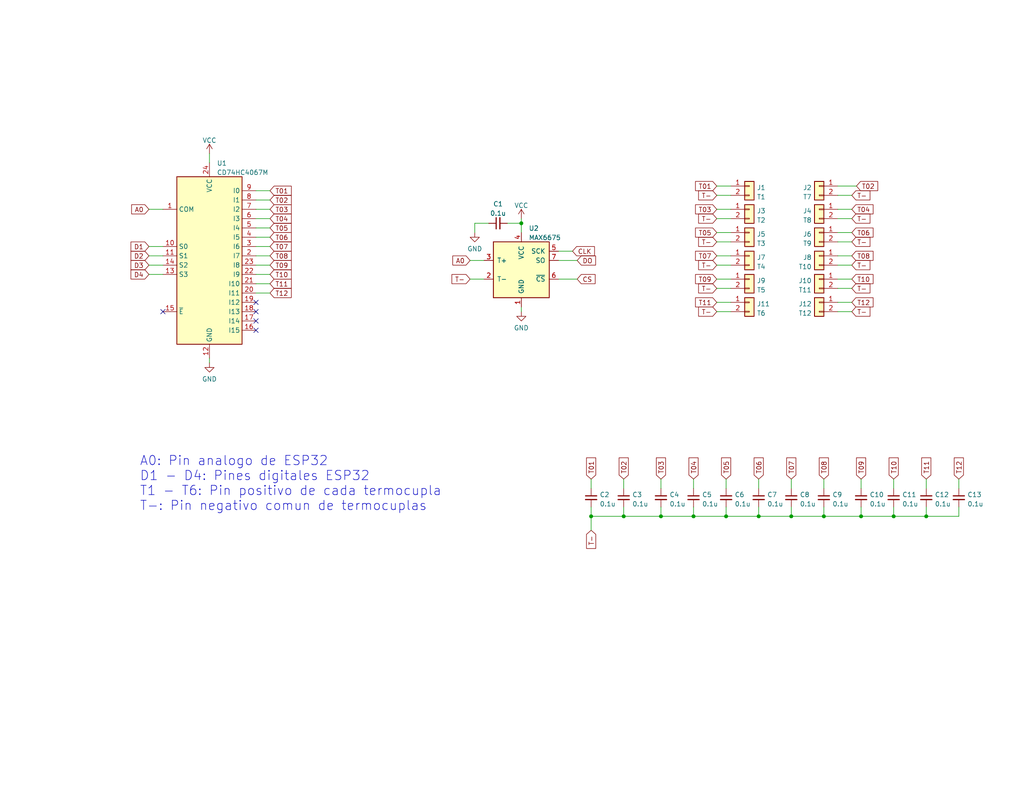
<source format=kicad_sch>
(kicad_sch (version 20211123) (generator eeschema)
  (paper "USLetter")
  (title_block (rev "V1") (comment 1 "Cristóbal Cuevas Lagos"))
  (lib_symbols
    (symbol "74xx:CD74HC4067M"
      (property "Reference" "U" (at -8.89 22.86 0))
      (property "Value" "CD74HC4067M" (at 1.27 22.86 0))
      (symbol "CD74HC4067M_0_1"
        (rectangle (start -8.89 21.59) (end 8.89 -24.13) (stroke (width 0.254)) (fill (type background)))
      )
      (symbol "CD74HC4067M_1_1"
        (pin passive line (at -12.7 12.7 0) (length 3.81) (name "COM") (number "1"))
        (pin input line (at -12.7 2.54 0) (length 3.81) (name "S0") (number "10"))
        (pin input line (at -12.7 0 0) (length 3.81) (name "S1") (number "11"))
        (pin power_in line (at 0 -27.94 90) (length 3.81) (name "GND") (number "12"))
        (pin input line (at -12.7 -5.08 0) (length 3.81) (name "S3") (number "13"))
        (pin input line (at -12.7 -2.54 0) (length 3.81) (name "S2") (number "14"))
        (pin input line (at -12.7 -15.24 0) (length 3.81) (name "~{E}") (number "15"))
        (pin passive line (at 12.7 -20.32 180) (length 3.81) (name "I15") (number "16"))
        (pin passive line (at 12.7 -17.78 180) (length 3.81) (name "I14") (number "17"))
        (pin passive line (at 12.7 -15.24 180) (length 3.81) (name "I13") (number "18"))
        (pin passive line (at 12.7 -12.7 180) (length 3.81) (name "I12") (number "19"))
        (pin passive line (at 12.7 0 180) (length 3.81) (name "I7") (number "2"))
        (pin passive line (at 12.7 -10.16 180) (length 3.81) (name "I11") (number "20"))
        (pin passive line (at 12.7 -7.62 180) (length 3.81) (name "I10") (number "21"))
        (pin passive line (at 12.7 -5.08 180) (length 3.81) (name "I9") (number "22"))
        (pin passive line (at 12.7 -2.54 180) (length 3.81) (name "I8") (number "23"))
        (pin power_in line (at 0 25.4 270) (length 3.81) (name "VCC") (number "24"))
        (pin passive line (at 12.7 2.54 180) (length 3.81) (name "I6") (number "3"))
        (pin passive line (at 12.7 5.08 180) (length 3.81) (name "I5") (number "4"))
        (pin passive line (at 12.7 7.62 180) (length 3.81) (name "I4") (number "5"))
        (pin passive line (at 12.7 10.16 180) (length 3.81) (name "I3") (number "6"))
        (pin passive line (at 12.7 12.7 180) (length 3.81) (name "I2") (number "7"))
        (pin passive line (at 12.7 15.24 180) (length 3.81) (name "I1") (number "8"))
        (pin passive line (at 12.7 17.78 180) (length 3.81) (name "I0") (number "9"))
      )
    )
    (symbol "Connector_Generic:Conn_01x02" (pin_names (offset 1.016) hide)
      (property "Reference" "J" (at 0 2.54 0))
      (property "Value" "Conn_01x02" (at 0 -5.08 0))
      (symbol "Conn_01x02_1_1"
        (rectangle (start -1.27 -2.413) (end 0 -2.667) (stroke (width 0.1524)))
        (rectangle (start -1.27 0.127) (end 0 -0.127) (stroke (width 0.1524)))
        (rectangle (start -1.27 1.27) (end 1.27 -3.81) (stroke (width 0.254)) (fill (type background)))
        (pin passive line (at -5.08 0 0) (length 3.81) (name "Pin_1") (number "1"))
        (pin passive line (at -5.08 -2.54 0) (length 3.81) (name "Pin_2") (number "2"))
      )
    )
    (symbol "Device:C_Small" (pin_numbers hide) (pin_names (offset 0.254) hide)
      (property "Reference" "C" (at 0.254 1.778 0))
      (property "Value" "C_Small" (at 0.254 -2.032 0))
      (symbol "C_Small_0_1"
        (polyline (pts (xy -1.524 -0.508) (xy 1.524 -0.508)) (stroke (width 0.3302)))
        (polyline (pts (xy -1.524 0.508) (xy 1.524 0.508)) (stroke (width 0.3048)))
      )
      (symbol "C_Small_1_1"
        (pin passive line (at 0 2.54 270) (length 2.032) (name "~") (number "1"))
        (pin passive line (at 0 -2.54 90) (length 2.032) (name "~") (number "2"))
      )
    )
    (symbol "Termocupla:MAX6675" (pin_names (offset 1.016))
      (property "Reference" "U" (at -7.62 8.89 0))
      (property "Value" "MAX6675" (at 1.27 8.89 0))
      (symbol "MAX6675_0_1"
        (rectangle (start -7.62 7.62) (end 7.62 -7.62) (stroke (width 0.254)) (fill (type background)))
      )
      (symbol "MAX6675_1_1"
        (pin power_in line (at 0 -10.16 90) (length 2.54) (name "GND") (number "1"))
        (pin passive line (at -10.16 -2.54 0) (length 2.54) (name "T-") (number "2"))
        (pin passive line (at -10.16 2.54 0) (length 2.54) (name "T+") (number "3"))
        (pin power_in line (at 0 10.16 270) (length 2.54) (name "VCC") (number "4"))
        (pin input line (at 10.16 5.08 180) (length 2.54) (name "SCK") (number "5"))
        (pin input line (at 10.16 -2.54 180) (length 2.54) (name "~{CS}") (number "6"))
        (pin tri_state line (at 10.16 2.54 180) (length 2.54) (name "SO") (number "7"))
      )
    )
    (symbol "power:GND" (power) (pin_names (offset 0))
      (property "Value" "GND" (at 0 -3.81 0))
      (symbol "GND_0_1"
        (polyline (pts (xy 0 0) (xy 0 -1.27) (xy 1.27 -1.27) (xy 0 -2.54) (xy -1.27 -1.27) (xy 0 -1.27)))
      )
      (symbol "GND_1_1"
        (pin power_in line (at 0 0 270) (length 0) hide (name "GND") (number "1"))
      )
    )
    (symbol "power:VCC" (power) (pin_names (offset 0))
      (property "Value" "VCC" (at 0 3.81 0))
      (symbol "VCC_0_1"
        (polyline (pts (xy -0.762 1.27) (xy 0 2.54)))
        (polyline (pts (xy 0 0) (xy 0 2.54)))
        (polyline (pts (xy 0 2.54) (xy 0.762 1.27)))
      )
      (symbol "VCC_1_1"
        (pin power_in line (at 0 0 90) (length 0) hide (name "VCC") (number "1"))
      )
    )
  )
  (junction (at 161.29 140.97))
  (junction (at 180.34 140.97))
  (junction (at 189.23 140.97))
  (junction (at 207.01 140.97))
  (junction (at 198.12 140.97))
  (junction (at 234.95 140.97))
  (junction (at 170.18 140.97))
  (junction (at 243.84 140.97))
  (junction (at 215.9 140.97))
  (junction (at 252.73 140.97))
  (junction (at 224.79 140.97))
  (junction (at 142.24 60.96))
  (no_connect (at 44.45 85.09))
  (no_connect (at 69.85 82.55))
  (no_connect (at 69.85 85.09))
  (no_connect (at 69.85 87.63))
  (no_connect (at 69.85 90.17))
  (wire (pts (xy 215.9 138.43) (xy 215.9 140.97)))
  (wire (pts (xy 142.24 59.69) (xy 142.24 60.96)))
  (wire (pts (xy 252.73 130.81) (xy 252.73 133.35)))
  (wire (pts (xy 69.85 59.69) (xy 73.66 59.69)))
  (wire (pts (xy 232.41 57.15) (xy 228.6 57.15)))
  (wire (pts (xy 243.84 138.43) (xy 243.84 140.97)))
  (wire (pts (xy 69.85 62.23) (xy 73.66 62.23)))
  (wire (pts (xy 215.9 140.97) (xy 224.79 140.97)))
  (wire (pts (xy 195.58 85.09) (xy 199.39 85.09)))
  (wire (pts (xy 138.43 60.96) (xy 142.24 60.96)))
  (wire (pts (xy 261.62 140.97) (xy 261.62 138.43)))
  (wire (pts (xy 195.58 82.55) (xy 199.39 82.55)))
  (wire (pts (xy 232.41 78.74) (xy 228.6 78.74)))
  (wire (pts (xy 180.34 138.43) (xy 180.34 140.97)))
  (wire (pts (xy 161.29 138.43) (xy 161.29 140.97)))
  (wire (pts (xy 69.85 67.31) (xy 73.66 67.31)))
  (wire (pts (xy 40.64 67.31) (xy 44.45 67.31)))
  (wire (pts (xy 69.85 54.61) (xy 73.66 54.61)))
  (wire (pts (xy 57.15 97.79) (xy 57.15 99.06)))
  (wire (pts (xy 40.64 69.85) (xy 44.45 69.85)))
  (wire (pts (xy 133.35 60.96) (xy 129.54 60.96)))
  (wire (pts (xy 195.58 72.39) (xy 199.39 72.39)))
  (wire (pts (xy 170.18 130.81) (xy 170.18 133.35)))
  (wire (pts (xy 195.58 66.04) (xy 199.39 66.04)))
  (wire (pts (xy 142.24 83.82) (xy 142.24 85.09)))
  (wire (pts (xy 69.85 52.07) (xy 73.66 52.07)))
  (wire (pts (xy 161.29 140.97) (xy 170.18 140.97)))
  (wire (pts (xy 189.23 140.97) (xy 198.12 140.97)))
  (wire (pts (xy 152.4 68.58) (xy 156.21 68.58)))
  (wire (pts (xy 161.29 140.97) (xy 161.29 144.78)))
  (wire (pts (xy 232.41 66.04) (xy 228.6 66.04)))
  (wire (pts (xy 234.95 140.97) (xy 243.84 140.97)))
  (wire (pts (xy 195.58 57.15) (xy 199.39 57.15)))
  (wire (pts (xy 207.01 130.81) (xy 207.01 133.35)))
  (wire (pts (xy 243.84 140.97) (xy 252.73 140.97)))
  (wire (pts (xy 69.85 72.39) (xy 73.66 72.39)))
  (wire (pts (xy 69.85 57.15) (xy 73.66 57.15)))
  (wire (pts (xy 232.41 72.39) (xy 228.6 72.39)))
  (wire (pts (xy 195.58 78.74) (xy 199.39 78.74)))
  (wire (pts (xy 261.62 130.81) (xy 261.62 133.35)))
  (wire (pts (xy 232.41 53.34) (xy 228.6 53.34)))
  (wire (pts (xy 234.95 130.81) (xy 234.95 133.35)))
  (wire (pts (xy 224.79 130.81) (xy 224.79 133.35)))
  (wire (pts (xy 207.01 140.97) (xy 207.01 138.43)))
  (wire (pts (xy 189.23 130.81) (xy 189.23 133.35)))
  (wire (pts (xy 129.54 60.96) (xy 129.54 63.5)))
  (wire (pts (xy 57.15 41.91) (xy 57.15 44.45)))
  (wire (pts (xy 152.4 76.2) (xy 157.48 76.2)))
  (wire (pts (xy 198.12 138.43) (xy 198.12 140.97)))
  (wire (pts (xy 152.4 71.12) (xy 157.48 71.12)))
  (wire (pts (xy 180.34 130.81) (xy 180.34 133.35)))
  (wire (pts (xy 69.85 77.47) (xy 73.66 77.47)))
  (wire (pts (xy 224.79 138.43) (xy 224.79 140.97)))
  (wire (pts (xy 40.64 72.39) (xy 44.45 72.39)))
  (wire (pts (xy 195.58 59.69) (xy 199.39 59.69)))
  (wire (pts (xy 128.27 76.2) (xy 132.08 76.2)))
  (wire (pts (xy 195.58 50.8) (xy 199.39 50.8)))
  (wire (pts (xy 232.41 69.85) (xy 228.6 69.85)))
  (wire (pts (xy 232.41 82.55) (xy 228.6 82.55)))
  (wire (pts (xy 170.18 138.43) (xy 170.18 140.97)))
  (wire (pts (xy 142.24 60.96) (xy 142.24 63.5)))
  (wire (pts (xy 232.41 76.2) (xy 228.6 76.2)))
  (wire (pts (xy 232.41 63.5) (xy 228.6 63.5)))
  (wire (pts (xy 195.58 63.5) (xy 199.39 63.5)))
  (wire (pts (xy 224.79 140.97) (xy 234.95 140.97)))
  (wire (pts (xy 198.12 140.97) (xy 207.01 140.97)))
  (wire (pts (xy 40.64 57.15) (xy 44.45 57.15)))
  (wire (pts (xy 195.58 76.2) (xy 199.39 76.2)))
  (wire (pts (xy 232.41 85.09) (xy 228.6 85.09)))
  (wire (pts (xy 69.85 64.77) (xy 73.66 64.77)))
  (wire (pts (xy 40.64 74.93) (xy 44.45 74.93)))
  (wire (pts (xy 215.9 130.81) (xy 215.9 133.35)))
  (wire (pts (xy 128.27 71.12) (xy 132.08 71.12)))
  (wire (pts (xy 69.85 80.01) (xy 73.66 80.01)))
  (wire (pts (xy 252.73 138.43) (xy 252.73 140.97)))
  (wire (pts (xy 180.34 140.97) (xy 189.23 140.97)))
  (wire (pts (xy 233.68 50.8) (xy 228.6 50.8)))
  (wire (pts (xy 69.85 74.93) (xy 73.66 74.93)))
  (wire (pts (xy 207.01 140.97) (xy 215.9 140.97)))
  (wire (pts (xy 170.18 140.97) (xy 180.34 140.97)))
  (wire (pts (xy 189.23 138.43) (xy 189.23 140.97)))
  (wire (pts (xy 195.58 53.34) (xy 199.39 53.34)))
  (wire (pts (xy 234.95 138.43) (xy 234.95 140.97)))
  (wire (pts (xy 232.41 59.69) (xy 228.6 59.69)))
  (wire (pts (xy 198.12 130.81) (xy 198.12 133.35)))
  (wire (pts (xy 243.84 130.81) (xy 243.84 133.35)))
  (wire (pts (xy 69.85 69.85) (xy 73.66 69.85)))
  (wire (pts (xy 161.29 130.81) (xy 161.29 133.35)))
  (wire (pts (xy 252.73 140.97) (xy 261.62 140.97)))
  (wire (pts (xy 195.58 69.85) (xy 199.39 69.85)))
  (text "A0: Pin analogo de ESP32\nD1 - D4: Pines digitales ESP32\nT1 - T6: Pin positivo de cada termocupla\nT-: Pin negativo comun de termocuplas" (at 38.1 139.7 0) (effects (font (size 2.54 2.54)) (justify left bottom)))
  (global_label "D3" (shape input) (at 40.64 72.39 180) (property "Intersheet References" "${INTERSHEET_REFS}" (effects hide)))
  (global_label "T-" (shape input) (at 232.41 59.69 0) (property "Intersheet References" "${INTERSHEET_REFS}" (effects hide)))
  (global_label "T06" (shape input) (at 73.66 64.77 0) (property "Intersheet References" "${INTERSHEET_REFS}" (effects hide)))
  (global_label "T-" (shape input) (at 195.58 85.09 180) (property "Intersheet References" "${INTERSHEET_REFS}" (effects hide)))
  (global_label "A0" (shape input) (at 40.64 57.15 180) (property "Intersheet References" "${INTERSHEET_REFS}" (effects hide)))
  (global_label "T05" (shape input) (at 198.12 130.81 90) (property "Intersheet References" "${INTERSHEET_REFS}" (effects hide)))
  (global_label "T01" (shape input) (at 161.29 130.81 90) (property "Intersheet References" "${INTERSHEET_REFS}" (effects hide)))
  (global_label "T08" (shape input) (at 73.66 69.85 0) (property "Intersheet References" "${INTERSHEET_REFS}" (effects hide)))
  (global_label "T08" (shape input) (at 224.79 130.81 90) (property "Intersheet References" "${INTERSHEET_REFS}" (effects hide)))
  (global_label "T04" (shape input) (at 73.66 59.69 0) (property "Intersheet References" "${INTERSHEET_REFS}" (effects hide)))
  (global_label "T-" (shape input) (at 195.58 72.39 180) (property "Intersheet References" "${INTERSHEET_REFS}" (effects hide)))
  (global_label "T04" (shape input) (at 232.41 57.15 0) (property "Intersheet References" "${INTERSHEET_REFS}" (effects hide)))
  (global_label "T-" (shape input) (at 232.41 85.09 0) (property "Intersheet References" "${INTERSHEET_REFS}" (effects hide)))
  (global_label "T-" (shape input) (at 232.41 53.34 0) (property "Intersheet References" "${INTERSHEET_REFS}" (effects hide)))
  (global_label "T11" (shape input) (at 73.66 77.47 0) (property "Intersheet References" "${INTERSHEET_REFS}" (effects hide)))
  (global_label "T05" (shape input) (at 73.66 62.23 0) (property "Intersheet References" "${INTERSHEET_REFS}" (effects hide)))
  (global_label "T-" (shape input) (at 195.58 66.04 180) (property "Intersheet References" "${INTERSHEET_REFS}" (effects hide)))
  (global_label "T-" (shape input) (at 232.41 72.39 0) (property "Intersheet References" "${INTERSHEET_REFS}" (effects hide)))
  (global_label "A0" (shape input) (at 128.27 71.12 180) (property "Intersheet References" "${INTERSHEET_REFS}" (effects hide)))
  (global_label "T08" (shape input) (at 232.41 69.85 0) (property "Intersheet References" "${INTERSHEET_REFS}" (effects hide)))
  (global_label "D2" (shape input) (at 40.64 69.85 180) (property "Intersheet References" "${INTERSHEET_REFS}" (effects hide)))
  (global_label "CS" (shape input) (at 157.48 76.2 0) (property "Intersheet References" "${INTERSHEET_REFS}" (effects hide)))
  (global_label "T-" (shape input) (at 232.41 66.04 0) (property "Intersheet References" "${INTERSHEET_REFS}" (effects hide)))
  (global_label "D1" (shape input) (at 40.64 67.31 180) (property "Intersheet References" "${INTERSHEET_REFS}" (effects hide)))
  (global_label "T10" (shape input) (at 243.84 130.81 90) (property "Intersheet References" "${INTERSHEET_REFS}" (effects hide)))
  (global_label "T01" (shape input) (at 195.58 50.8 180) (property "Intersheet References" "${INTERSHEET_REFS}" (effects hide)))
  (global_label "T02" (shape input) (at 73.66 54.61 0) (property "Intersheet References" "${INTERSHEET_REFS}" (effects hide)))
  (global_label "T02" (shape input) (at 170.18 130.81 90) (property "Intersheet References" "${INTERSHEET_REFS}" (effects hide)))
  (global_label "T03" (shape input) (at 180.34 130.81 90) (property "Intersheet References" "${INTERSHEET_REFS}" (effects hide)))
  (global_label "T03" (shape input) (at 195.58 57.15 180) (property "Intersheet References" "${INTERSHEET_REFS}" (effects hide)))
  (global_label "T11" (shape input) (at 252.73 130.81 90) (property "Intersheet References" "${INTERSHEET_REFS}" (effects hide)))
  (global_label "T-" (shape input) (at 195.58 78.74 180) (property "Intersheet References" "${INTERSHEET_REFS}" (effects hide)))
  (global_label "T11" (shape input) (at 195.58 82.55 180) (property "Intersheet References" "${INTERSHEET_REFS}" (effects hide)))
  (global_label "T07" (shape input) (at 195.58 69.85 180) (property "Intersheet References" "${INTERSHEET_REFS}" (effects hide)))
  (global_label "T-" (shape input) (at 195.58 59.69 180) (property "Intersheet References" "${INTERSHEET_REFS}" (effects hide)))
  (global_label "T-" (shape input) (at 232.41 78.74 0) (property "Intersheet References" "${INTERSHEET_REFS}" (effects hide)))
  (global_label "T10" (shape input) (at 73.66 74.93 0) (property "Intersheet References" "${INTERSHEET_REFS}" (effects hide)))
  (global_label "T05" (shape input) (at 195.58 63.5 180) (property "Intersheet References" "${INTERSHEET_REFS}" (effects hide)))
  (global_label "D4" (shape input) (at 40.64 74.93 180) (property "Intersheet References" "${INTERSHEET_REFS}" (effects hide)))
  (global_label "T-" (shape input) (at 128.27 76.2 180) (property "Intersheet References" "${INTERSHEET_REFS}" (effects hide)))
  (global_label "T04" (shape input) (at 189.23 130.81 90) (property "Intersheet References" "${INTERSHEET_REFS}" (effects hide)))
  (global_label "T07" (shape input) (at 215.9 130.81 90) (property "Intersheet References" "${INTERSHEET_REFS}" (effects hide)))
  (global_label "T12" (shape input) (at 73.66 80.01 0) (property "Intersheet References" "${INTERSHEET_REFS}" (effects hide)))
  (global_label "T07" (shape input) (at 73.66 67.31 0) (property "Intersheet References" "${INTERSHEET_REFS}" (effects hide)))
  (global_label "T09" (shape input) (at 73.66 72.39 0) (property "Intersheet References" "${INTERSHEET_REFS}" (effects hide)))
  (global_label "T01" (shape input) (at 73.66 52.07 0) (property "Intersheet References" "${INTERSHEET_REFS}" (effects hide)))
  (global_label "T06" (shape input) (at 207.01 130.81 90) (property "Intersheet References" "${INTERSHEET_REFS}" (effects hide)))
  (global_label "T-" (shape input) (at 195.58 53.34 180) (property "Intersheet References" "${INTERSHEET_REFS}" (effects hide)))
  (global_label "T09" (shape input) (at 234.95 130.81 90) (property "Intersheet References" "${INTERSHEET_REFS}" (effects hide)))
  (global_label "T-" (shape input) (at 161.29 144.78 270) (property "Intersheet References" "${INTERSHEET_REFS}" (effects hide)))
  (global_label "T03" (shape input) (at 73.66 57.15 0) (property "Intersheet References" "${INTERSHEET_REFS}" (effects hide)))
  (global_label "T06" (shape input) (at 232.41 63.5 0) (property "Intersheet References" "${INTERSHEET_REFS}" (effects hide)))
  (global_label "T02" (shape input) (at 233.68 50.8 0) (property "Intersheet References" "${INTERSHEET_REFS}" (effects hide)))
  (global_label "T12" (shape input) (at 261.62 130.81 90) (property "Intersheet References" "${INTERSHEET_REFS}" (effects hide)))
  (global_label "T10" (shape input) (at 232.41 76.2 0) (property "Intersheet References" "${INTERSHEET_REFS}" (effects hide)))
  (global_label "DO" (shape input) (at 157.48 71.12 0) (property "Intersheet References" "${INTERSHEET_REFS}" (effects hide)))
  (global_label "T09" (shape input) (at 195.58 76.2 180) (property "Intersheet References" "${INTERSHEET_REFS}" (effects hide)))
  (global_label "T12" (shape input) (at 232.41 82.55 0) (property "Intersheet References" "${INTERSHEET_REFS}" (effects hide)))
  (global_label "CLK" (shape input) (at 156.21 68.58 0) (property "Intersheet References" "${INTERSHEET_REFS}" (effects hide)))
  (symbol (lib_id "power:GND") (at 129.54 63.5 0) (unit 1)
    (property "Reference" "#PWR?" (effects hide))
    (property "Value" "GND" (at 129.54 67.9434 0))
  )
  (symbol (lib_id "Termocupla:MAX6675") (at 142.24 73.66 0) (unit 1)
    (property "Reference" "U2" (at 144.2594 62.3402 0) (effects (justify left)))
    (property "Value" "MAX6675" (at 144.2594 64.8771 0) (effects (justify left)))
    (property "Footprint" "Package_SO:SOIC-8_3.9x4.9mm_P1.27mm" (effects hide))
    (property "Datasheet" "https://datasheets.maximintegrated.com/en/ds/MAX6675.pdf" (effects hide))
  )
  (symbol (lib_id "Connector_Generic:Conn_01x02") (at 223.52 63.5 0) (mirror y) (unit 1)
    (property "Reference" "J6" (at 221.4881 63.9353 0) (effects (justify left)))
    (property "Value" "T9" (at 221.4881 66.4722 0) (effects (justify left)))
  )
  (symbol (lib_id "Connector_Generic:Conn_01x02") (at 204.47 63.5 0) (unit 1)
    (property "Reference" "J5" (at 206.502 63.9353 0) (effects (justify left)))
    (property "Value" "T3" (at 206.502 66.4722 0) (effects (justify left)))
  )
  (symbol (lib_id "power:GND") (at 57.15 99.06 0) (unit 1)
    (property "Reference" "#PWR?" (effects hide))
    (property "Value" "GND" (at 57.15 103.5034 0))
  )
  (symbol (lib_id "Connector_Generic:Conn_01x02") (at 204.47 76.2 0) (unit 1)
    (property "Reference" "J9" (at 206.502 76.6353 0) (effects (justify left)))
    (property "Value" "T5" (at 206.502 79.1722 0) (effects (justify left)))
  )
  (symbol (lib_id "Device:C_Small") (at 207.01 135.89 0) (unit 1)
    (property "Reference" "C7" (at 209.3341 135.0616 0) (effects (justify left)))
    (property "Value" "0.1u" (at 209.3341 137.5985 0) (effects (justify left)))
  )
  (symbol (lib_id "Device:C_Small") (at 261.62 135.89 0) (unit 1)
    (property "Reference" "C13" (at 263.9441 135.0616 0) (effects (justify left)))
    (property "Value" "0.1u" (at 263.9441 137.5985 0) (effects (justify left)))
  )
  (symbol (lib_id "Connector_Generic:Conn_01x02") (at 204.47 50.8 0) (unit 1)
    (property "Reference" "J1" (at 206.502 51.2353 0) (effects (justify left)))
    (property "Value" "T1" (at 206.502 53.7722 0) (effects (justify left)))
  )
  (symbol (lib_id "Device:C_Small") (at 161.29 135.89 0) (unit 1)
    (property "Reference" "C2" (at 163.6141 135.0616 0) (effects (justify left)))
    (property "Value" "0.1u" (at 163.6141 137.5985 0) (effects (justify left)))
  )
  (symbol (lib_id "Device:C_Small") (at 135.89 60.96 90) (unit 1)
    (property "Reference" "C1" (at 135.8963 55.6981 90))
    (property "Value" "0.1u" (at 135.8963 58.235 90))
  )
  (symbol (lib_id "Device:C_Small") (at 215.9 135.89 0) (unit 1)
    (property "Reference" "C8" (at 218.2241 135.0616 0) (effects (justify left)))
    (property "Value" "0.1u" (at 218.2241 137.5985 0) (effects (justify left)))
  )
  (symbol (lib_id "Connector_Generic:Conn_01x02") (at 223.52 69.85 0) (mirror y) (unit 1)
    (property "Reference" "J8" (at 221.4881 70.2853 0) (effects (justify left)))
    (property "Value" "T10" (at 221.4881 72.8222 0) (effects (justify left)))
  )
  (symbol (lib_id "Device:C_Small") (at 170.18 135.89 0) (unit 1)
    (property "Reference" "C3" (at 172.5041 135.0616 0) (effects (justify left)))
    (property "Value" "0.1u" (at 172.5041 137.5985 0) (effects (justify left)))
  )
  (symbol (lib_id "power:VCC") (at 57.15 41.91 0) (unit 1)
    (property "Reference" "#PWR?" (effects hide))
    (property "Value" "VCC" (at 57.15 38.3342 0))
  )
  (symbol (lib_id "Device:C_Small") (at 189.23 135.89 0) (unit 1)
    (property "Reference" "C5" (at 191.5541 135.0616 0) (effects (justify left)))
    (property "Value" "0.1u" (at 191.5541 137.5985 0) (effects (justify left)))
  )
  (symbol (lib_id "Connector_Generic:Conn_01x02") (at 223.52 76.2 0) (mirror y) (unit 1)
    (property "Reference" "J10" (at 221.4881 76.6353 0) (effects (justify left)))
    (property "Value" "T11" (at 221.4881 79.1722 0) (effects (justify left)))
  )
  (symbol (lib_id "Device:C_Small") (at 224.79 135.89 0) (unit 1)
    (property "Reference" "C9" (at 227.1141 135.0616 0) (effects (justify left)))
    (property "Value" "0.1u" (at 227.1141 137.5985 0) (effects (justify left)))
  )
  (symbol (lib_id "Device:C_Small") (at 198.12 135.89 0) (unit 1)
    (property "Reference" "C6" (at 200.4441 135.0616 0) (effects (justify left)))
    (property "Value" "0.1u" (at 200.4441 137.5985 0) (effects (justify left)))
  )
  (symbol (lib_id "Connector_Generic:Conn_01x02") (at 204.47 69.85 0) (unit 1)
    (property "Reference" "J7" (at 206.502 70.2853 0) (effects (justify left)))
    (property "Value" "T4" (at 206.502 72.8222 0) (effects (justify left)))
  )
  (symbol (lib_id "Connector_Generic:Conn_01x02") (at 223.52 57.15 0) (mirror y) (unit 1)
    (property "Reference" "J4" (at 221.4881 57.5853 0) (effects (justify left)))
    (property "Value" "T8" (at 221.4881 60.1222 0) (effects (justify left)))
  )
  (symbol (lib_id "Device:C_Small") (at 180.34 135.89 0) (unit 1)
    (property "Reference" "C4" (at 182.6641 135.0616 0) (effects (justify left)))
    (property "Value" "0.1u" (at 182.6641 137.5985 0) (effects (justify left)))
  )
  (symbol (lib_id "Connector_Generic:Conn_01x02") (at 204.47 57.15 0) (unit 1)
    (property "Reference" "J3" (at 206.502 57.5853 0) (effects (justify left)))
    (property "Value" "T2" (at 206.502 60.1222 0) (effects (justify left)))
  )
  (symbol (lib_id "power:GND") (at 142.24 85.09 0) (unit 1)
    (property "Reference" "#PWR?" (effects hide))
    (property "Value" "GND" (at 142.24 89.5334 0))
  )
  (symbol (lib_id "Connector_Generic:Conn_01x02") (at 204.47 82.55 0) (unit 1)
    (property "Reference" "J11" (at 206.502 82.9853 0) (effects (justify left)))
    (property "Value" "T6" (at 206.502 85.5222 0) (effects (justify left)))
  )
  (symbol (lib_id "Device:C_Small") (at 234.95 135.89 0) (unit 1)
    (property "Reference" "C10" (at 237.2741 135.0616 0) (effects (justify left)))
    (property "Value" "0.1u" (at 237.2741 137.5985 0) (effects (justify left)))
  )
  (symbol (lib_id "Connector_Generic:Conn_01x02") (at 223.52 82.55 0) (mirror y) (unit 1)
    (property "Reference" "J12" (at 221.4881 82.9853 0) (effects (justify left)))
    (property "Value" "T12" (at 221.4881 85.5222 0) (effects (justify left)))
  )
  (symbol (lib_id "Device:C_Small") (at 252.73 135.89 0) (unit 1)
    (property "Reference" "C12" (at 255.0541 135.0616 0) (effects (justify left)))
    (property "Value" "0.1u" (at 255.0541 137.5985 0) (effects (justify left)))
  )
  (symbol (lib_id "power:VCC") (at 142.24 59.69 0) (unit 1)
    (property "Reference" "#PWR?" (effects hide))
    (property "Value" "VCC" (at 142.24 56.1142 0))
  )
  (symbol (lib_id "74xx:CD74HC4067M") (at 57.15 69.85 0) (unit 1)
    (property "Reference" "U1" (at 59.1694 44.5602 0) (effects (justify left)))
    (property "Value" "CD74HC4067M" (at 59.1694 47.0971 0) (effects (justify left)))
    (property "Footprint" "Package_SO:SOIC-24W_7.5x15.4mm_P1.27mm" (effects hide))
    (property "Datasheet" "http://www.ti.com/lit/ds/symlink/cd74hc4067.pdf" (effects hide))
  )
  (symbol (lib_id "Device:C_Small") (at 243.84 135.89 0) (unit 1)
    (property "Reference" "C11" (at 246.1641 135.0616 0) (effects (justify left)))
    (property "Value" "0.1u" (at 246.1641 137.5985 0) (effects (justify left)))
  )
  (symbol (lib_id "Connector_Generic:Conn_01x02") (at 223.52 50.8 0) (mirror y) (unit 1)
    (property "Reference" "J2" (at 221.4881 51.2353 0) (effects (justify left)))
    (property "Value" "T7" (at 221.4881 53.7722 0) (effects (justify left)))
  )
)
</source>
